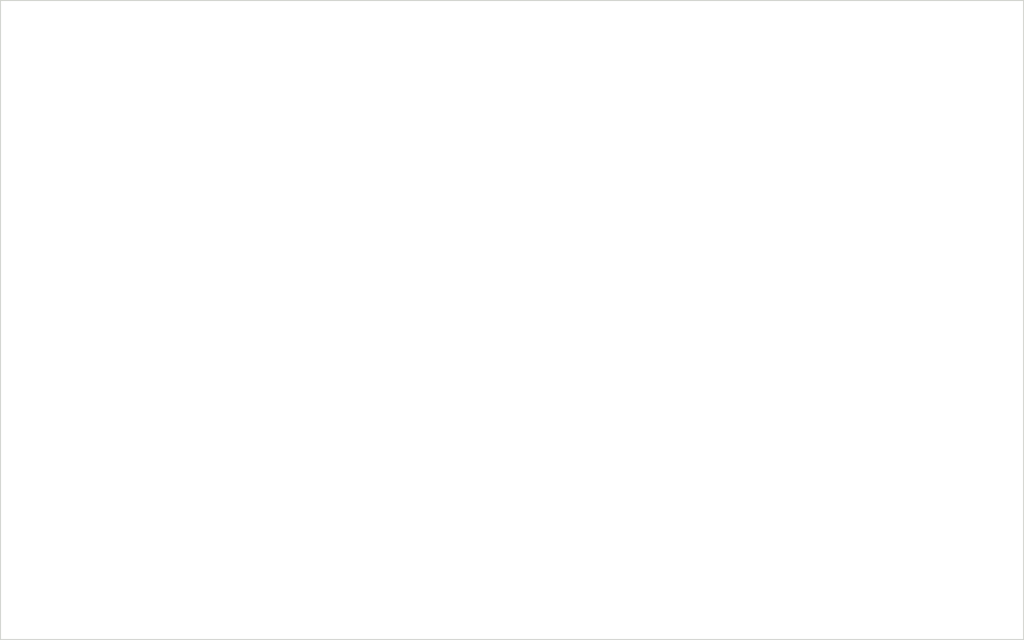
<source format=kicad_pcb>
(kicad_pcb (version 20221018) (generator pcbnew)

  (general
    (thickness 1.6)
  )

  (paper "A4")
  (layers
    (0 "F.Cu" signal)
    (31 "B.Cu" signal)
    (32 "B.Adhes" user "B.Adhesive")
    (33 "F.Adhes" user "F.Adhesive")
    (34 "B.Paste" user)
    (35 "F.Paste" user)
    (36 "B.SilkS" user "B.Silkscreen")
    (37 "F.SilkS" user "F.Silkscreen")
    (38 "B.Mask" user)
    (39 "F.Mask" user)
    (40 "Dwgs.User" user "User.Drawings")
    (41 "Cmts.User" user "User.Comments")
    (42 "Eco1.User" user "User.Eco1")
    (43 "Eco2.User" user "User.Eco2")
    (44 "Edge.Cuts" user)
    (45 "Margin" user)
    (46 "B.CrtYd" user "B.Courtyard")
    (47 "F.CrtYd" user "F.Courtyard")
    (48 "B.Fab" user)
    (49 "F.Fab" user)
  )

  (setup
    (pad_to_mask_clearance 0.2)
    (grid_origin 55 145)
    (pcbplotparams
      (layerselection 0x0000030_ffffffff)
      (plot_on_all_layers_selection 0x0000000_00000000)
      (disableapertmacros false)
      (usegerberextensions false)
      (usegerberattributes true)
      (usegerberadvancedattributes true)
      (creategerberjobfile true)
      (dashed_line_dash_ratio 12.000000)
      (dashed_line_gap_ratio 3.000000)
      (svgprecision 4)
      (plotframeref false)
      (viasonmask false)
      (mode 1)
      (useauxorigin false)
      (hpglpennumber 1)
      (hpglpenspeed 20)
      (hpglpendiameter 15.000000)
      (dxfpolygonmode true)
      (dxfimperialunits true)
      (dxfusepcbnewfont true)
      (psnegative false)
      (psa4output false)
      (plotreference true)
      (plotvalue true)
      (plotinvisibletext false)
      (sketchpadsonfab false)
      (subtractmaskfromsilk false)
      (outputformat 1)
      (mirror false)
      (drillshape 0)
      (scaleselection 1)
      (outputdirectory "")
    )
  )

  (net 0 "")

  (gr_line (start 55 45.15) (end 55 145)
    (stroke (width 0.15) (type solid)) (layer "Edge.Cuts") (tstamp 1dd8fad7-3a61-4987-bac7-e6eed1e0004d))
  (gr_line (start 214.84 45.15) (end 55 45.15)
    (stroke (width 0.15) (type solid)) (layer "Edge.Cuts") (tstamp 6bbf46e7-3071-4f87-b10c-408d4dd100ff))
  (gr_line (start 55 145) (end 214.85 145)
    (stroke (width 0.15) (type solid)) (layer "Edge.Cuts") (tstamp 6d4a5c07-a3ef-4906-b7b3-b2a8caa61647))
  (gr_line (start 214.85 145) (end 214.85 45.15)
    (stroke (width 0.15) (type solid)) (layer "Edge.Cuts") (tstamp ec31f888-b0b9-4707-9606-04d768aeadf6))

)

</source>
